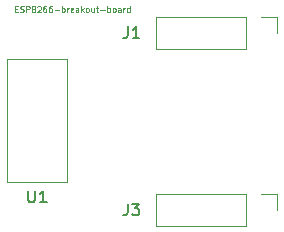
<source format=gbr>
%TF.GenerationSoftware,KiCad,Pcbnew,5.1.6-c6e7f7d~87~ubuntu20.04.1*%
%TF.CreationDate,2020-10-09T15:59:18-05:00*%
%TF.ProjectId,ESP8266-breakout-board,45535038-3236-4362-9d62-7265616b6f75,1.0*%
%TF.SameCoordinates,Original*%
%TF.FileFunction,Legend,Top*%
%TF.FilePolarity,Positive*%
%FSLAX46Y46*%
G04 Gerber Fmt 4.6, Leading zero omitted, Abs format (unit mm)*
G04 Created by KiCad (PCBNEW 5.1.6-c6e7f7d~87~ubuntu20.04.1) date 2020-10-09 15:59:18*
%MOMM*%
%LPD*%
G01*
G04 APERTURE LIST*
%ADD10C,0.125000*%
%ADD11C,0.120000*%
%ADD12C,0.150000*%
G04 APERTURE END LIST*
D10*
X74154761Y-152964285D02*
X74321428Y-152964285D01*
X74392857Y-153226190D02*
X74154761Y-153226190D01*
X74154761Y-152726190D01*
X74392857Y-152726190D01*
X74583333Y-153202380D02*
X74654761Y-153226190D01*
X74773809Y-153226190D01*
X74821428Y-153202380D01*
X74845238Y-153178571D01*
X74869047Y-153130952D01*
X74869047Y-153083333D01*
X74845238Y-153035714D01*
X74821428Y-153011904D01*
X74773809Y-152988095D01*
X74678571Y-152964285D01*
X74630952Y-152940476D01*
X74607142Y-152916666D01*
X74583333Y-152869047D01*
X74583333Y-152821428D01*
X74607142Y-152773809D01*
X74630952Y-152750000D01*
X74678571Y-152726190D01*
X74797619Y-152726190D01*
X74869047Y-152750000D01*
X75083333Y-153226190D02*
X75083333Y-152726190D01*
X75273809Y-152726190D01*
X75321428Y-152750000D01*
X75345238Y-152773809D01*
X75369047Y-152821428D01*
X75369047Y-152892857D01*
X75345238Y-152940476D01*
X75321428Y-152964285D01*
X75273809Y-152988095D01*
X75083333Y-152988095D01*
X75654761Y-152940476D02*
X75607142Y-152916666D01*
X75583333Y-152892857D01*
X75559523Y-152845238D01*
X75559523Y-152821428D01*
X75583333Y-152773809D01*
X75607142Y-152750000D01*
X75654761Y-152726190D01*
X75750000Y-152726190D01*
X75797619Y-152750000D01*
X75821428Y-152773809D01*
X75845238Y-152821428D01*
X75845238Y-152845238D01*
X75821428Y-152892857D01*
X75797619Y-152916666D01*
X75750000Y-152940476D01*
X75654761Y-152940476D01*
X75607142Y-152964285D01*
X75583333Y-152988095D01*
X75559523Y-153035714D01*
X75559523Y-153130952D01*
X75583333Y-153178571D01*
X75607142Y-153202380D01*
X75654761Y-153226190D01*
X75750000Y-153226190D01*
X75797619Y-153202380D01*
X75821428Y-153178571D01*
X75845238Y-153130952D01*
X75845238Y-153035714D01*
X75821428Y-152988095D01*
X75797619Y-152964285D01*
X75750000Y-152940476D01*
X76035714Y-152773809D02*
X76059523Y-152750000D01*
X76107142Y-152726190D01*
X76226190Y-152726190D01*
X76273809Y-152750000D01*
X76297619Y-152773809D01*
X76321428Y-152821428D01*
X76321428Y-152869047D01*
X76297619Y-152940476D01*
X76011904Y-153226190D01*
X76321428Y-153226190D01*
X76750000Y-152726190D02*
X76654761Y-152726190D01*
X76607142Y-152750000D01*
X76583333Y-152773809D01*
X76535714Y-152845238D01*
X76511904Y-152940476D01*
X76511904Y-153130952D01*
X76535714Y-153178571D01*
X76559523Y-153202380D01*
X76607142Y-153226190D01*
X76702380Y-153226190D01*
X76750000Y-153202380D01*
X76773809Y-153178571D01*
X76797619Y-153130952D01*
X76797619Y-153011904D01*
X76773809Y-152964285D01*
X76750000Y-152940476D01*
X76702380Y-152916666D01*
X76607142Y-152916666D01*
X76559523Y-152940476D01*
X76535714Y-152964285D01*
X76511904Y-153011904D01*
X77226190Y-152726190D02*
X77130952Y-152726190D01*
X77083333Y-152750000D01*
X77059523Y-152773809D01*
X77011904Y-152845238D01*
X76988095Y-152940476D01*
X76988095Y-153130952D01*
X77011904Y-153178571D01*
X77035714Y-153202380D01*
X77083333Y-153226190D01*
X77178571Y-153226190D01*
X77226190Y-153202380D01*
X77250000Y-153178571D01*
X77273809Y-153130952D01*
X77273809Y-153011904D01*
X77250000Y-152964285D01*
X77226190Y-152940476D01*
X77178571Y-152916666D01*
X77083333Y-152916666D01*
X77035714Y-152940476D01*
X77011904Y-152964285D01*
X76988095Y-153011904D01*
X77488095Y-153035714D02*
X77869047Y-153035714D01*
X78107142Y-153226190D02*
X78107142Y-152726190D01*
X78107142Y-152916666D02*
X78154761Y-152892857D01*
X78250000Y-152892857D01*
X78297619Y-152916666D01*
X78321428Y-152940476D01*
X78345238Y-152988095D01*
X78345238Y-153130952D01*
X78321428Y-153178571D01*
X78297619Y-153202380D01*
X78250000Y-153226190D01*
X78154761Y-153226190D01*
X78107142Y-153202380D01*
X78559523Y-153226190D02*
X78559523Y-152892857D01*
X78559523Y-152988095D02*
X78583333Y-152940476D01*
X78607142Y-152916666D01*
X78654761Y-152892857D01*
X78702380Y-152892857D01*
X79059523Y-153202380D02*
X79011904Y-153226190D01*
X78916666Y-153226190D01*
X78869047Y-153202380D01*
X78845238Y-153154761D01*
X78845238Y-152964285D01*
X78869047Y-152916666D01*
X78916666Y-152892857D01*
X79011904Y-152892857D01*
X79059523Y-152916666D01*
X79083333Y-152964285D01*
X79083333Y-153011904D01*
X78845238Y-153059523D01*
X79511904Y-153226190D02*
X79511904Y-152964285D01*
X79488095Y-152916666D01*
X79440476Y-152892857D01*
X79345238Y-152892857D01*
X79297619Y-152916666D01*
X79511904Y-153202380D02*
X79464285Y-153226190D01*
X79345238Y-153226190D01*
X79297619Y-153202380D01*
X79273809Y-153154761D01*
X79273809Y-153107142D01*
X79297619Y-153059523D01*
X79345238Y-153035714D01*
X79464285Y-153035714D01*
X79511904Y-153011904D01*
X79750000Y-153226190D02*
X79750000Y-152726190D01*
X79797619Y-153035714D02*
X79940476Y-153226190D01*
X79940476Y-152892857D02*
X79750000Y-153083333D01*
X80226190Y-153226190D02*
X80178571Y-153202380D01*
X80154761Y-153178571D01*
X80130952Y-153130952D01*
X80130952Y-152988095D01*
X80154761Y-152940476D01*
X80178571Y-152916666D01*
X80226190Y-152892857D01*
X80297619Y-152892857D01*
X80345238Y-152916666D01*
X80369047Y-152940476D01*
X80392857Y-152988095D01*
X80392857Y-153130952D01*
X80369047Y-153178571D01*
X80345238Y-153202380D01*
X80297619Y-153226190D01*
X80226190Y-153226190D01*
X80821428Y-152892857D02*
X80821428Y-153226190D01*
X80607142Y-152892857D02*
X80607142Y-153154761D01*
X80630952Y-153202380D01*
X80678571Y-153226190D01*
X80750000Y-153226190D01*
X80797619Y-153202380D01*
X80821428Y-153178571D01*
X80988095Y-152892857D02*
X81178571Y-152892857D01*
X81059523Y-152726190D02*
X81059523Y-153154761D01*
X81083333Y-153202380D01*
X81130952Y-153226190D01*
X81178571Y-153226190D01*
X81345238Y-153035714D02*
X81726190Y-153035714D01*
X81964285Y-153226190D02*
X81964285Y-152726190D01*
X81964285Y-152916666D02*
X82011904Y-152892857D01*
X82107142Y-152892857D01*
X82154761Y-152916666D01*
X82178571Y-152940476D01*
X82202380Y-152988095D01*
X82202380Y-153130952D01*
X82178571Y-153178571D01*
X82154761Y-153202380D01*
X82107142Y-153226190D01*
X82011904Y-153226190D01*
X81964285Y-153202380D01*
X82488095Y-153226190D02*
X82440476Y-153202380D01*
X82416666Y-153178571D01*
X82392857Y-153130952D01*
X82392857Y-152988095D01*
X82416666Y-152940476D01*
X82440476Y-152916666D01*
X82488095Y-152892857D01*
X82559523Y-152892857D01*
X82607142Y-152916666D01*
X82630952Y-152940476D01*
X82654761Y-152988095D01*
X82654761Y-153130952D01*
X82630952Y-153178571D01*
X82607142Y-153202380D01*
X82559523Y-153226190D01*
X82488095Y-153226190D01*
X83083333Y-153226190D02*
X83083333Y-152964285D01*
X83059523Y-152916666D01*
X83011904Y-152892857D01*
X82916666Y-152892857D01*
X82869047Y-152916666D01*
X83083333Y-153202380D02*
X83035714Y-153226190D01*
X82916666Y-153226190D01*
X82869047Y-153202380D01*
X82845238Y-153154761D01*
X82845238Y-153107142D01*
X82869047Y-153059523D01*
X82916666Y-153035714D01*
X83035714Y-153035714D01*
X83083333Y-153011904D01*
X83321428Y-153226190D02*
X83321428Y-152892857D01*
X83321428Y-152988095D02*
X83345238Y-152940476D01*
X83369047Y-152916666D01*
X83416666Y-152892857D01*
X83464285Y-152892857D01*
X83845238Y-153226190D02*
X83845238Y-152726190D01*
X83845238Y-153202380D02*
X83797619Y-153226190D01*
X83702380Y-153226190D01*
X83654761Y-153202380D01*
X83630952Y-153178571D01*
X83607142Y-153130952D01*
X83607142Y-152988095D01*
X83630952Y-152940476D01*
X83654761Y-152916666D01*
X83702380Y-152892857D01*
X83797619Y-152892857D01*
X83845238Y-152916666D01*
D11*
%TO.C,J1*%
X86050000Y-153670000D02*
X86050000Y-156330000D01*
X93730000Y-153670000D02*
X86050000Y-153670000D01*
X93730000Y-156330000D02*
X86050000Y-156330000D01*
X93730000Y-153670000D02*
X93730000Y-156330000D01*
X95000000Y-153670000D02*
X96330000Y-153670000D01*
X96330000Y-153670000D02*
X96330000Y-155000000D01*
%TO.C,J3*%
X96330000Y-168670000D02*
X96330000Y-170000000D01*
X95000000Y-168670000D02*
X96330000Y-168670000D01*
X93730000Y-168670000D02*
X93730000Y-171330000D01*
X93730000Y-171330000D02*
X86050000Y-171330000D01*
X93730000Y-168670000D02*
X86050000Y-168670000D01*
X86050000Y-168670000D02*
X86050000Y-171330000D01*
%TO.C,U1*%
X73500000Y-167600000D02*
X73500000Y-157200000D01*
X78550000Y-167600000D02*
X73500000Y-167600000D01*
X78550000Y-157200000D02*
X78550000Y-167600000D01*
X73500000Y-157200000D02*
X78550000Y-157200000D01*
%TO.C,J1*%
D12*
X83666666Y-154452380D02*
X83666666Y-155166666D01*
X83619047Y-155309523D01*
X83523809Y-155404761D01*
X83380952Y-155452380D01*
X83285714Y-155452380D01*
X84666666Y-155452380D02*
X84095238Y-155452380D01*
X84380952Y-155452380D02*
X84380952Y-154452380D01*
X84285714Y-154595238D01*
X84190476Y-154690476D01*
X84095238Y-154738095D01*
%TO.C,J3*%
X83666666Y-169452380D02*
X83666666Y-170166666D01*
X83619047Y-170309523D01*
X83523809Y-170404761D01*
X83380952Y-170452380D01*
X83285714Y-170452380D01*
X84047619Y-169452380D02*
X84666666Y-169452380D01*
X84333333Y-169833333D01*
X84476190Y-169833333D01*
X84571428Y-169880952D01*
X84619047Y-169928571D01*
X84666666Y-170023809D01*
X84666666Y-170261904D01*
X84619047Y-170357142D01*
X84571428Y-170404761D01*
X84476190Y-170452380D01*
X84190476Y-170452380D01*
X84095238Y-170404761D01*
X84047619Y-170357142D01*
%TO.C,U1*%
X75238095Y-168352380D02*
X75238095Y-169161904D01*
X75285714Y-169257142D01*
X75333333Y-169304761D01*
X75428571Y-169352380D01*
X75619047Y-169352380D01*
X75714285Y-169304761D01*
X75761904Y-169257142D01*
X75809523Y-169161904D01*
X75809523Y-168352380D01*
X76809523Y-169352380D02*
X76238095Y-169352380D01*
X76523809Y-169352380D02*
X76523809Y-168352380D01*
X76428571Y-168495238D01*
X76333333Y-168590476D01*
X76238095Y-168638095D01*
%TD*%
M02*

</source>
